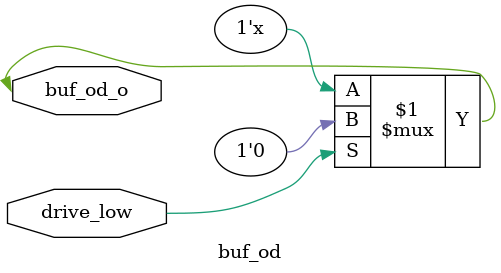
<source format=sv>

`timescale 1ns / 1ps

/*
  Model of an Open-Drain Driver

  | drive_low | out |
  |         0 | z   |
  |         1 | 0   |
*/
module buf_od (
    input logic drive_low,
    inout wire  buf_od_o
);

  assign buf_od_o = drive_low ? 1'b0 : 1'bz;

endmodule

</source>
